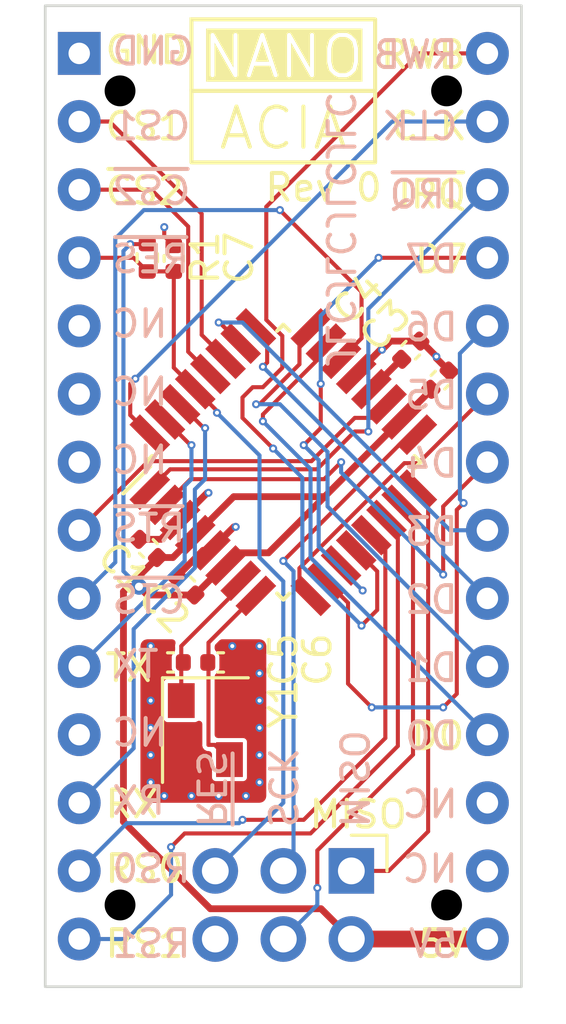
<source format=kicad_pcb>
(kicad_pcb (version 20221018) (generator pcbnew)
  (layers (0 "F.Cu" signal) (1 "In1.Cu" power) (2 "In2.Cu" power) (31 "B.Cu" signal) (34 "B.Paste" user) (35 "F.Paste" user) (36 "B.SilkS" user "B.Silkscreen") (37 "F.SilkS" user "F.Silkscreen") (38 "B.Mask" user) (39 "F.Mask" user) (44 "Edge.Cuts" user))
  (net 0 "")
  (net 1 "+5V")
  (net 2 "GND")
  (net 3 "/AREF")
  (net 4 "/XTAL1")
  (net 5 "/XTAL2")
  (net 6 "/~{RES}")
  (net 7 "/MISO")
  (net 8 "/SCK")
  (net 9 "/MOSI")
  (net 10 "/CS1")
  (net 11 "/~{CS2}")
  (net 15 "/~{RTS}")
  (net 16 "/~{CTS}")
  (net 17 "/TX")
  (net 19 "/RX")
  (net 20 "/RS0")
  (net 21 "/RS1")
  (net 24 "/D0")
  (net 25 "/D1")
  (net 26 "/D2")
  (net 27 "/D3")
  (net 28 "/D4")
  (net 29 "/D5")
  (net 30 "/D6")
  (net 31 "/D7")
  (net 32 "/~{IRQ}")
  (net 33 "/CLK")
  (net 34 "/R{slash}~{W}")
  (footprint "Resistor_SMD:R_0402_1005Metric" (layer "F.Cu") (at 140.97 93.98 -90)
    (fp_text reference "R1" (at 0 -2.159 90) (layer "F.SilkS"))
    (fp_text value "1k")
    (fp_line (start -0.153641 -0.38) (end 0.153641 -0.38) (stroke (width 0.12)) (layer "F.SilkS"))
    (fp_line (start -0.153641 0.38) (end 0.153641 0.38) (stroke (width 0.12)) (layer "F.SilkS"))
    (pad "1" smd roundrect (at -0.51 0 270) (size 0.54 0.64) (layers "F.Cu" "F.Paste" "F.Mask") (net 1 "+5V"))
    (pad "2" smd roundrect (at 0.51 0 270) (size 0.54 0.64) (layers "F.Cu" "F.Paste" "F.Mask") (net 6 "/~{RES}"))
  )
  (footprint "Capacitor_SMD:C_0402_1005Metric" (layer "F.Cu") (at 150.809011 97.425189 45)
    (fp_text reference "C4" (at -0.030987 -2.747958 45) (layer "F.SilkS"))
    (fp_text value "100n")
    (fp_line (start -0.107836 -0.36) (end 0.107836 -0.36) (stroke (width 0.12)) (layer "F.SilkS"))
    (fp_line (start -0.107836 0.36) (end 0.107836 0.36) (stroke (width 0.12)) (layer "F.SilkS"))
    (pad "1" smd roundrect (at -0.48 0 45) (size 0.56 0.62) (layers "F.Cu" "F.Paste" "F.Mask") (net 3 "/AREF"))
    (pad "2" smd roundrect (at 0.48 0 45) (size 0.56 0.62) (layers "F.Cu" "F.Paste" "F.Mask") (net 2 "GND"))
  )
  (footprint "Package_DIP:DIP-28_W15.24mm" (layer "F.Cu") (at 138.43 86.36)
    (fp_text reference "U1" hide)
    (fp_text value "W65C51NxP")
    (pad "1" thru_hole rect (at 0 0) (size 1.6 1.6) (drill 0.8) (layers "*.Cu" "*.Mask") (net 2 "GND"))
    (pad "2" thru_hole oval (at 0 2.54) (size 1.6 1.6) (drill 0.8) (layers "*.Cu" "*.Mask") (net 10 "/CS1"))
    (pad "3" thru_hole oval (at 0 5.08) (size 1.6 1.6) (drill 0.8) (layers "*.Cu" "*.Mask") (net 11 "/~{CS2}"))
    (pad "4" thru_hole oval (at 0 7.62) (size 1.6 1.6) (drill 0.8) (layers "*.Cu" "*.Mask") (net 6 "/~{RES}"))
    (pad "5" thru_hole oval (at 0 10.16) (size 1.6 1.6) (drill 0.8) (layers "*.Cu" "*.Mask"))
    (pad "6" thru_hole oval (at 0 12.7) (size 1.6 1.6) (drill 0.8) (layers "*.Cu" "*.Mask"))
    (pad "7" thru_hole oval (at 0 15.24) (size 1.6 1.6) (drill 0.8) (layers "*.Cu" "*.Mask"))
    (pad "8" thru_hole oval (at 0 17.78) (size 1.6 1.6) (drill 0.8) (layers "*.Cu" "*.Mask") (net 15 "/~{RTS}"))
    (pad "9" thru_hole oval (at 0 20.32) (size 1.6 1.6) (drill 0.8) (layers "*.Cu" "*.Mask") (net 16 "/~{CTS}"))
    (pad "10" thru_hole oval (at 0 22.86) (size 1.6 1.6) (drill 0.8) (layers "*.Cu" "*.Mask") (net 17 "/TX"))
    (pad "11" thru_hole oval (at 0 25.4) (size 1.6 1.6) (drill 0.8) (layers "*.Cu" "*.Mask"))
    (pad "12" thru_hole oval (at 0 27.94) (size 1.6 1.6) (drill 0.8) (layers "*.Cu" "*.Mask") (net 19 "/RX"))
    (pad "13" thru_hole oval (at 0 30.48) (size 1.6 1.6) (drill 0.8) (layers "*.Cu" "*.Mask") (net 20 "/RS0"))
    (pad "14" thru_hole oval (at 0 33.02) (size 1.6 1.6) (drill 0.8) (layers "*.Cu" "*.Mask") (net 21 "/RS1"))
    (pad "15" thru_hole oval (at 15.24 33.02) (size 1.6 1.6) (drill 0.8) (layers "*.Cu" "*.Mask") (net 1 "+5V"))
    (pad "16" thru_hole oval (at 15.24 30.48) (size 1.6 1.6) (drill 0.8) (layers "*.Cu" "*.Mask"))
    (pad "17" thru_hole oval (at 15.24 27.94) (size 1.6 1.6) (drill 0.8) (layers "*.Cu" "*.Mask"))
    (pad "18" thru_hole oval (at 15.24 25.4) (size 1.6 1.6) (drill 0.8) (layers "*.Cu" "*.Mask") (net 24 "/D0"))
    (pad "19" thru_hole oval (at 15.24 22.86) (size 1.6 1.6) (drill 0.8) (layers "*.Cu" "*.Mask") (net 25 "/D1"))
    (pad "20" thru_hole oval (at 15.24 20.32) (size 1.6 1.6) (drill 0.8) (layers "*.Cu" "*.Mask") (net 26 "/D2"))
    (pad "21" thru_hole oval (at 15.24 17.78) (size 1.6 1.6) (drill 0.8) (layers "*.Cu" "*.Mask") (net 27 "/D3"))
    (pad "22" thru_hole oval (at 15.24 15.24) (size 1.6 1.6) (drill 0.8) (layers "*.Cu" "*.Mask") (net 28 "/D4"))
    (pad "23" thru_hole oval (at 15.24 12.7) (size 1.6 1.6) (drill 0.8) (layers "*.Cu" "*.Mask") (net 29 "/D5"))
    (pad "24" thru_hole oval (at 15.24 10.16) (size 1.6 1.6) (drill 0.8) (layers "*.Cu" "*.Mask") (net 30 "/D6"))
    (pad "25" thru_hole oval (at 15.24 7.62) (size 1.6 1.6) (drill 0.8) (layers "*.Cu" "*.Mask") (net 31 "/D7"))
    (pad "26" thru_hole oval (at 15.24 5.08) (size 1.6 1.6) (drill 0.8) (layers "*.Cu" "*.Mask") (net 32 "/~{IRQ}"))
    (pad "27" thru_hole oval (at 15.24 2.54) (size 1.6 1.6) (drill 0.8) (layers "*.Cu" "*.Mask") (net 33 "/CLK"))
    (pad "28" thru_hole oval (at 15.24 0) (size 1.6 1.6) (drill 0.8) (layers "*.Cu" "*.Mask") (net 34 "/R{slash}~{W}"))
  )
  (footprint "Capacitor_SMD:C_0402_1005Metric" (layer "F.Cu") (at 141.8362 109.0676 180)
    (fp_text reference "C5" (at -4.2138 0.1016 90) (layer "F.SilkS"))
    (fp_text value "18p")
    (fp_line (start -0.107836 -0.36) (end 0.107836 -0.36) (stroke (width 0.12)) (layer "F.SilkS"))
    (fp_line (start -0.107836 0.36) (end 0.107836 0.36) (stroke (width 0.12)) (layer "F.SilkS"))
    (pad "1" smd roundrect (at -0.48 0 180) (size 0.56 0.62) (layers "F.Cu" "F.Paste" "F.Mask") (net 4 "/XTAL1"))
    (pad "2" smd roundrect (at 0.48 0 180) (size 0.56 0.62) (layers "F.Cu" "F.Paste" "F.Mask") (net 2 "GND"))
  )
  (footprint "ClockEater-Library:ToolingHole_JLCPCB" (layer "F.Cu") (at 152.146 118.11)
    (fp_text reference "H3" hide)
    (fp_text value "ToolingHole")
    (pad "" np_thru_hole circle (at 0 0) (size 1.3 1.3) (drill 1.152) (layers "*.Mask"))
  )
  (footprint "Capacitor_SMD:C_0402_1005Metric" (layer "F.Cu") (at 143.7106 109.0676)
    (fp_text reference "C6" (at 3.6094 -0.1016 90) (layer "F.SilkS"))
    (fp_text value "18p")
    (fp_line (start -0.107836 -0.36) (end 0.107836 -0.36) (stroke (width 0.12)) (layer "F.SilkS"))
    (fp_line (start -0.107836 0.36) (end 0.107836 0.36) (stroke (width 0.12)) (layer "F.SilkS"))
    (pad "1" smd roundrect (at -0.48 0) (size 0.56 0.62) (layers "F.Cu" "F.Paste" "F.Mask") (net 5 "/XTAL2"))
    (pad "2" smd roundrect (at 0.48 0) (size 0.56 0.62) (layers "F.Cu" "F.Paste" "F.Mask") (net 2 "GND"))
  )
  (footprint "ClockEater-Library:ToolingHole_JLCPCB" (layer "F.Cu") (at 139.954 118.11)
    (fp_text reference "H4" hide)
    (fp_text value "ToolingHole")
    (pad "" np_thru_hole circle (at 0 0) (size 1.3 1.3) (drill 1.152) (layers "*.Mask"))
  )
  (footprint "ClockEater-Library:ToolingHole_JLCPCB" (layer "F.Cu") (at 139.954 87.757)
    (fp_text reference "H1" hide)
    (fp_text value "ToolingHole")
    (pad "" np_thru_hole circle (at 0 0) (size 1.3 1.3) (drill 1.152) (layers "*.Mask"))
  )
  (footprint "ClockEater-Library:ToolingHole_JLCPCB" (layer "F.Cu") (at 152.146 87.757)
    (fp_text reference "H2" hide)
    (fp_text value "ToolingHole")
    (pad "" np_thru_hole circle (at 0 0) (size 1.3 1.3) (drill 1.152) (layers "*.Mask"))
  )
  (footprint "Capacitor_SMD:C_0402_1005Metric" (layer "F.Cu") (at 141.9606 94.008 90)
    (fp_text reference "C7" (at 0.028 2.4384 90) (layer "F.SilkS"))
    (fp_text value "100n")
    (fp_line (start -0.107836 -0.36) (end 0.107836 -0.36) (stroke (width 0.12)) (layer "F.SilkS"))
    (fp_line (start -0.107836 0.36) (end 0.107836 0.36) (stroke (width 0.12)) (layer "F.SilkS"))
    (pad "1" smd roundrect (at -0.48 0 90) (size 0.56 0.62) (layers "F.Cu" "F.Paste" "F.Mask") (net 6 "/~{RES}"))
    (pad "2" smd roundrect (at 0.48 0 90) (size 0.56 0.62) (layers "F.Cu" "F.Paste" "F.Mask") (net 2 "GND"))
  )
  (footprint "Capacitor_SMD:C_0402_1005Metric" (layer "F.Cu") (at 141.011589 104.816589 135)
    (fp_text reference "C1" (at 0.148618 -1.167433 135) (layer "F.SilkS"))
    (fp_text value "100n")
    (fp_line (start -0.107836 -0.36) (end 0.107836 -0.36) (stroke (width 0.12)) (layer "F.SilkS"))
    (fp_line (start -0.107836 0.36) (end 0.107836 0.36) (stroke (width 0.12)) (layer "F.SilkS"))
    (pad "1" smd roundrect (at -0.48 0 135) (size 0.56 0.62) (layers "F.Cu" "F.Paste" "F.Mask") (net 1 "+5V"))
    (pad "2" smd roundrect (at 0.48 0 135) (size 0.56 0.62) (layers "F.Cu" "F.Paste" "F.Mask") (net 2 "GND"))
  )
  (footprint "Package_QFP:TQFP-32_7x7mm_P0.8mm" (layer "F.Cu") (at 146.05 101.6 45)
    (fp_text reference "U2" hide)
    (fp_text value "ATmega328P-A")
    (fp_line (start -3.625 -3.625) (end -3.625 -3.4) (stroke (width 0.15)) (layer "F.SilkS"))
    (fp_line (start -3.625 -3.625) (end -3.3 -3.625) (stroke (width 0.15)) (layer "F.SilkS"))
    (fp_line (start -3.625 -3.4) (end -5.05 -3.4) (stroke (width 0.15)) (layer "F.SilkS"))
    (fp_line (start -3.625 3.625) (end -3.625 3.3) (stroke (width 0.15)) (layer "F.SilkS"))
    (fp_line (start -3.625 3.625) (end -3.3 3.625) (stroke (width 0.15)) (layer "F.SilkS"))
    (fp_line (start 3.625 -3.625) (end 3.3 -3.625) (stroke (width 0.15)) (layer "F.SilkS"))
    (fp_line (start 3.625 -3.625) (end 3.625 -3.3) (stroke (width 0.15)) (layer "F.SilkS"))
    (fp_line (start 3.625 3.625) (end 3.3 3.625) (stroke (width 0.15)) (layer "F.SilkS"))
    (fp_line (start 3.625 3.625) (end 3.625 3.3) (stroke (width 0.15)) (layer "F.SilkS"))
    (pad "1" smd rect (at -4.25 -2.8 45) (size 1.6 0.55) (layers "F.Cu" "F.Paste" "F.Mask") (net 32 "/~{IRQ}"))
    (pad "2" smd rect (at -4.25 -2 45) (size 1.6 0.55) (layers "F.Cu" "F.Paste" "F.Mask") (net 28 "/D4"))
    (pad "3" smd rect (at -4.25 -1.2 45) (size 1.6 0.55) (layers "F.Cu" "F.Paste" "F.Mask") (net 2 "GND"))
    (pad "4" smd rect (at -4.25 -0.4 45) (size 1.6 0.55) (layers "F.Cu" "F.Paste" "F.Mask") (net 1 "+5V"))
    (pad "5" smd rect (at -4.25 0.4 45) (size 1.6 0.55) (layers "F.Cu" "F.Paste" "F.Mask") (net 2 "GND"))
    (pad "6" smd rect (at -4.25 1.2 45) (size 1.6 0.55) (layers "F.Cu" "F.Paste" "F.Mask") (net 1 "+5V"))
    (pad "7" smd rect (at -4.25 2 45) (size 1.6 0.55) (layers "F.Cu" "F.Paste" "F.Mask") (net 4 "/XTAL1"))
    (pad "8" smd rect (at -4.25 2.8 45) (size 1.6 0.55) (layers "F.Cu" "F.Paste" "F.Mask") (net 5 "/XTAL2"))
    (pad "9" smd rect (at -2.8 4.25 135) (size 1.6 0.55) (layers "F.Cu" "F.Paste" "F.Mask") (net 29 "/D5"))
    (pad "10" smd rect (at -2 4.25 135) (size 1.6 0.55) (layers "F.Cu" "F.Paste" "F.Mask") (net 30 "/D6"))
    (pad "11" smd rect (at -1.2 4.25 135) (size 1.6 0.55) (layers "F.Cu" "F.Paste" "F.Mask") (net 31 "/D7"))
    (pad "12" smd rect (at -0.4 4.25 135) (size 1.6 0.55) (layers "F.Cu" "F.Paste" "F.Mask") (net 34 "/R{slash}~{W}"))
    (pad "13" smd rect (at 0.4 4.25 135) (size 1.6 0.55) (layers "F.Cu" "F.Paste" "F.Mask") (net 20 "/RS0"))
    (pad "14" smd rect (at 1.2 4.25 135) (size 1.6 0.55) (layers "F.Cu" "F.Paste" "F.Mask") (net 21 "/RS1"))
    (pad "15" smd rect (at 2 4.25 135) (size 1.6 0.55) (layers "F.Cu" "F.Paste" "F.Mask") (net 9 "/MOSI"))
    (pad "16" smd rect (at 2.8 4.25 135) (size 1.6 0.55) (layers "F.Cu" "F.Paste" "F.Mask") (net 7 "/MISO"))
    (pad "17" smd rect (at 4.25 2.8 45) (size 1.6 0.55) (layers "F.Cu" "F.Paste" "F.Mask") (net 8 "/SCK"))
    (pad "18" smd rect (at 4.25 2 45) (size 1.6 0.55) (layers "F.Cu" "F.Paste" "F.Mask") (net 1 "+5V"))
    (pad "19" smd rect (at 4.25 1.2 45) (size 1.6 0.55) (layers "F.Cu" "F.Paste" "F.Mask") (net 15 "/~{RTS}"))
    (pad "20" smd rect (at 4.25 0.4 45) (size 1.6 0.55) (layers "F.Cu" "F.Paste" "F.Mask") (net 3 "/AREF"))
    (pad "21" smd rect (at 4.25 -0.4 45) (size 1.6 0.55) (layers "F.Cu" "F.Paste" "F.Mask") (net 2 "GND"))
    (pad "22" smd rect (at 4.25 -1.2 45) (size 1.6 0.55) (layers "F.Cu" "F.Paste" "F.Mask") (net 16 "/~{CTS}"))
    (pad "23" smd rect (at 4.25 -2 45) (size 1.6 0.55) (layers "F.Cu" "F.Paste" "F.Mask") (net 24 "/D0"))
    (pad "24" smd rect (at 4.25 -2.8 45) (size 1.6 0.55) (layers "F.Cu" "F.Paste" "F.Mask") (net 25 "/D1"))
    (pad "25" smd rect (at 2.8 -4.25 135) (size 1.6 0.55) (layers "F.Cu" "F.Paste" "F.Mask") (net 26 "/D2"))
    (pad "26" smd rect (at 2 -4.25 135) (size 1.6 0.55) (layers "F.Cu" "F.Paste" "F.Mask") (net 27 "/D3"))
    (pad "27" smd rect (at 1.2 -4.25 135) (size 1.6 0.55) (layers "F.Cu" "F.Paste" "F.Mask") (net 10 "/CS1"))
    (pad "28" smd rect (at 0.4 -4.25 135) (size 1.6 0.55) (layers "F.Cu" "F.Paste" "F.Mask") (net 11 "/~{CS2}"))
    (pad "29" smd rect (at -0.4 -4.25 135) (size 1.6 0.55) (layers "F.Cu" "F.Paste" "F.Mask") (net 6 "/~{RES}"))
    (pad "30" smd rect (at -1.2 -4.25 135) (size 1.6 0.55) (layers "F.Cu" "F.Paste" "F.Mask") (net 19 "/RX"))
    (pad "31" smd rect (at -2 -4.25 135) (size 1.6 0.55) (layers "F.Cu" "F.Paste" "F.Mask") (net 17 "/TX"))
    (pad "32" smd rect (at -2.8 -4.25 135) (size 1.6 0.55) (layers "F.Cu" "F.Paste" "F.Mask") (net 33 "/CLK"))
  )
  (footprint "Capacitor_SMD:C_0402_1005Metric" (layer "F.Cu") (at 151.901211 98.542789 45)
    (fp_text reference "C3" (at -0.013026 -2.873682 45) (layer "F.SilkS"))
    (fp_text value "100n")
    (fp_line (start -0.107836 -0.36) (end 0.107836 -0.36) (stroke (width 0.12)) (layer "F.SilkS"))
    (fp_line (start -0.107836 0.36) (end 0.107836 0.36) (stroke (width 0.12)) (layer "F.SilkS"))
    (pad "1" smd roundrect (at -0.48 0 45) (size 0.56 0.62) (layers "F.Cu" "F.Paste" "F.Mask") (net 1 "+5V"))
    (pad "2" smd roundrect (at 0.48 0 45) (size 0.56 0.62) (layers "F.Cu" "F.Paste" "F.Mask") (net 2 "GND"))
  )
  (footprint "Capacitor_SMD:C_0402_1005Metric" (layer "F.Cu") (at 142.408589 106.213589 135)
    (fp_text reference "C2" (at 0 -1.16 135) (layer "F.SilkS"))
    (fp_text value "100n")
    (fp_line (start -0.107836 -0.36) (end 0.107836 -0.36) (stroke (width 0.12)) (layer "F.SilkS"))
    (fp_line (start -0.107836 0.36) (end 0.107836 0.36) (stroke (width 0.12)) (layer "F.SilkS"))
    (pad "1" smd roundrect (at -0.48 0 135) (size 0.56 0.62) (layers "F.Cu" "F.Paste" "F.Mask") (net 1 "+5V"))
    (pad "2" smd roundrect (at 0.48 0 135) (size 0.56 0.62) (layers "F.Cu" "F.Paste" "F.Mask") (net 2 "GND"))
  )
  (footprint "Crystal:Crystal_SMD_EuroQuartz_MT-4Pin_3.2x2.5mm" (layer "F.Cu") (at 143.14 111.59 -90)
    (fp_text reference "Y1" (at -0.973 -2.91 90) (layer "F.SilkS"))
    (fp_text value "X322516MLB4SI")
    (fp_line (start -1.95 -1.6) (end -1.95 1.6) (stroke (width 0.12)) (layer "F.SilkS"))
    (fp_line (start -1.95 1.6) (end 1.95 1.6) (stroke (width 0.12)) (layer "F.SilkS"))
    (pad "1" smd rect (at -1.1 0.9 270) (size 1.3 1) (layers "F.Cu" "F.Paste" "F.Mask") (net 4 "/XTAL1"))
    (pad "2" smd rect (at 1.1 0.9 270) (size 1.3 1) (layers "F.Cu" "F.Paste" "F.Mask") (net 2 "GND"))
    (pad "3" smd rect (at 1.1 -0.9 270) (size 1.3 1) (layers "F.Cu" "F.Paste" "F.Mask") (net 5 "/XTAL2"))
    (pad "4" smd rect (at -1.1 -0.9 270) (size 1.3 1) (layers "F.Cu" "F.Paste" "F.Mask") (net 2 "GND"))
  )
  (footprint "Connector_PinHeader_2.54mm:PinHeader_2x03_P2.54mm_Vertical" (layer "F.Cu") (at 148.59 116.84 -90)
    (fp_text reference "J3" hide)
    (fp_text value "ISP")
    (fp_line (start -1.33 -1.33) (end 0 -1.33) (stroke (width 0.12)) (layer "F.SilkS"))
    (fp_line (start -1.33 0) (end -1.33 -1.33) (stroke (width 0.12)) (layer "F.SilkS"))
    (pad "1" thru_hole rect (at 0 0 270) (size 1.7 1.7) (drill 1) (layers "*.Cu" "*.Mask") (net 7 "/MISO"))
    (pad "2" thru_hole oval (at 2.54 0 270) (size 1.7 1.7) (drill 1) (layers "*.Cu" "*.Mask") (net 1 "+5V"))
    (pad "3" thru_hole oval (at 0 2.54 270) (size 1.7 1.7) (drill 1) (layers "*.Cu" "*.Mask") (net 8 "/SCK"))
    (pad "4" thru_hole oval (at 2.54 2.54 270) (size 1.7 1.7) (drill 1) (layers "*.Cu" "*.Mask") (net 9 "/MOSI"))
    (pad "5" thru_hole oval (at 0 5.08 270) (size 1.7 1.7) (drill 1) (layers "*.Cu" "*.Mask") (net 6 "/~{RES}"))
    (pad "6" thru_hole oval (at 2.54 5.08 270) (size 1.7 1.7) (drill 1) (layers "*.Cu" "*.Mask") (net 2 "GND"))
  )
  (gr_rect (start 142.621 87.757) (end 149.479 90.424) (stroke (width 0.15)) (fill none) (layer "F.SilkS"))
  (gr_rect (start 142.621 85.09) (end 149.479 87.757) (stroke (width 0.15)) (fill none) (layer "F.SilkS"))
  (gr_rect (start 137.16 84.582) (end 154.94 121.158) (stroke (width 0.1)) (fill none) (layer "Edge.Cuts"))
  (gr_text "RWB" (at 152.654 86.995) (layer "B.SilkS") (effects (font (size 1 1)) (justify left bottom mirror)))
  (gr_text "NC" (at 139.573 99.568) (layer "B.SilkS") (effects (font (size 1 1)) (justify right bottom mirror)))
  (gr_text "NC" (at 139.573 102.108) (layer "B.SilkS") (effects (font (size 1 1)) (justify right bottom mirror)))
  (gr_text "D4" (at 152.654 102.235) (layer "B.SilkS") (effects (font (size 1 1)) (justify left bottom mirror)))
  (gr_text "~{RES}" (at 142.748 115.316 -90) (layer "B.SilkS") (effects (font (size 1 1)) (justify left bottom mirror)))
  (gr_text "D5" (at 152.654 99.695) (layer "B.SilkS") (effects (font (size 1 1)) (justify left bottom mirror)))
  (gr_text "NC" (at 139.573 97.028) (layer "B.SilkS") (effects (font (size 1 1)) (justify right bottom mirror)))
  (gr_text "D2" (at 152.654 107.315) (layer "B.SilkS") (effects (font (size 1 1)) (justify left bottom mirror)))
  (gr_text "~{IRQ}" (at 152.654 92.202) (layer "B.SilkS") (effects (font (size 1 1)) (justify left bottom mirror)))
  (gr_text "D3" (at 152.654 104.775) (layer "B.SilkS") (effects (font (size 1 1)) (justify left bottom mirror)))
  (gr_text "D1" (at 152.654 109.855) (layer "B.SilkS") (effects (font (size 1 1)) (justify left bottom mirror)))
  (gr_text "D0" (at 152.654 112.395) (layer "B.SilkS") (effects (font (size 1 1)) (justify left bottom mirror)))
  (gr_text "~{CS2}" (at 139.573 92.075) (layer "B.SilkS") (effects (font (size 1 1)) (justify right bottom mirror)))
  (gr_text "NC" (at 152.654 117.348) (layer "B.SilkS") (effects (font (size 1 1)) (justify left bottom mirror)))
  (gr_text "RS0" (at 139.573 117.348) (layer "B.SilkS") (effects (font (size 1 1)) (justify right bottom mirror)))
  (gr_text "CLK" (at 152.654 89.662) (layer "B.SilkS") (effects (font (size 1 1)) (justify left bottom mirror)))
  (gr_text "~{RTS}" (at 139.573 104.648) (layer "B.SilkS") (effects (font (size 1 1)) (justify right bottom mirror)))
  (gr_text "JLCJLCJLCJLC" (at 147.574 98.171 -90) (layer "B.SilkS") (effects (font (size 1 1)) (justify left bottom mirror)))
  (gr_text "D7" (at 152.654 94.615) (layer "B.SilkS") (effects (font (size 1 1)) (justify left bottom mirror)))
  (gr_text "~{CTS}" (at 139.573 107.315) (layer "B.SilkS") (effects (font (size 1 1)) (justify right bottom mirror)))
  (gr_text "TX" (at 139.573 109.728) (layer "B.SilkS") (effects (font (size 1 1)) (justify right bottom mirror)))
  (gr_text "D6" (at 152.654 97.155) (layer "B.SilkS") (effects (font (size 1 1)) (justify left bottom mirror)))
  (gr_text "NC" (at 152.654 114.935) (layer "B.SilkS") (effects (font (size 1 1)) (justify left bottom mirror)))
  (gr_text "SCK" (at 145.415 115.316 -90) (layer "B.SilkS") (effects (font (size 1 1)) (justify left bottom mirror)))
  (gr_text "5V" (at 152.654 120.142) (layer "B.SilkS") (effects (font (size 1 1)) (justify left bottom mirror)))
  (gr_text "CS1" (at 139.573 89.662) (layer "B.SilkS") (effects (font (size 1 1)) (justify right bottom mirror)))
  (gr_text "MISO" (at 148.082 115.316 -90) (layer "B.SilkS") (effects (font (size 1 1)) (justify left bottom mirror)))
  (gr_text "RX" (at 139.573 114.808) (layer "B.SilkS") (effects (font (size 1 1)) (justify right bottom mirror)))
  (gr_text "~{RES}" (at 139.573 94.615) (layer "B.SilkS") (effects (font (size 1 1)) (justify right bottom mirror)))
  (gr_text "GND" (at 139.573 86.868) (layer "B.SilkS") (effects (font (size 1 1)) (justify right bottom mirror)))
  (gr_text "RS1" (at 139.573 120.142) (layer "B.SilkS") (effects (font (size 1 1)) (justify right bottom mirror)))
  (gr_text "NC" (at 139.573 112.268) (layer "B.SilkS") (effects (font (size 1 1)) (justify right bottom mirror)))
  (gr_text "RS0" (at 139.319 117.348) (layer "F.SilkS") (effects (font (size 1 1)) (justify left bottom)))
  (gr_text "CS1" (at 139.319 89.662) (layer "F.SilkS") (effects (font (size 1 1)) (justify left bottom)))
  (gr_text "RX" (at 139.319 114.935) (layer "F.SilkS") (effects (font (size 1 1)) (justify left bottom)))
  (gr_text "Rev 0" (at 145.288 91.948) (layer "F.SilkS") (effects (font (size 1 1)) (justify left bottom)))
  (gr_text "CLK" (at 149.987 89.662) (layer "F.SilkS") (effects (font (size 1 1)) (justify left bottom)))
  (gr_text "D0" (at 150.749 112.395) (layer "F.SilkS") (effects (font (size 1 1)) (justify left bottom)))
  (gr_text "~{IRQ}" (at 150.241 92.202) (layer "F.SilkS") (effects (font (size 1 1)) (justify left bottom)))
  (gr_text "D7" (at 150.876 94.615) (layer "F.SilkS") (effects (font (size 1 1)) (justify left bottom)))
  (gr_text "TX" (at 139.319 109.855) (layer "F.SilkS") (effects (font (size 1 1)) (justify left bottom)))
  (gr_text "RS1" (at 139.319 120.142) (layer "F.SilkS") (effects (font (size 1 1)) (justify left bottom)))
  (gr_text "5V" (at 151.003 120.142) (layer "F.SilkS") (effects (font (size 1 1)) (justify left bottom)))
  (gr_text "ACIA" (at 146.05 89.154) (layer "F.SilkS") (effects (font (size 1.5 1.5))))
  (gr_text "GND" (at 139.319 86.233) (layer "F.SilkS") (effects (font (size 1 1)) (justify left)))
  (gr_text "NANO" (at 146.05 86.487) (layer "F.SilkS" knockout) (effects (font (size 1.5 1.5))))
  (gr_text "MISO" (at 146.939 115.316) (layer "F.SilkS") (effects (font (size 1 1)) (justify left bottom)))
  (gr_text "RWB" (at 149.606 86.995) (layer "F.SilkS") (effects (font (size 1 1)) (justify left bottom)))
  (gr_text "~{CS2}" (at 139.319 92.075) (layer "F.SilkS") (effects (font (size 1 1)) (justify left bottom)))
  (segment (start 140.081 106.426) (end 140.081 115.007648) (width 0.254) (layer "F.Cu") (net 1))
  (segment (start 141.928314 105.156) (end 141.351 105.156) (width 0.254) (layer "F.Cu") (net 1))
  (segment (start 140.660501 106.243501) (end 140.263499 106.243501) (width 0.254) (layer "F.Cu") (net 1))
  (segment (start 140.660501 106.243501) (end 140.97 106.553) (width 0.254) (layer "F.Cu") (net 1))
  (segment (start 140.263499 106.243501) (end 140.081 106.426) (width 0.254) (layer "F.Cu") (net 1))
  (segment (start 140.660501 106.243501) (end 140.660501 105.846499) (width 0.254) (layer "F.Cu") (net 1))
  (segment (start 144.366779 104.980277) (end 145.49815 104.980277) (width 0.254) (layer "F.Cu") (net 1))
  (segment (start 142.761953 104.322361) (end 141.928314 105.156) (width 0.254) (layer "F.Cu") (net 1))
  (segment (start 140.97 106.553) (end 142.748 106.553) (width 0.254) (layer "F.Cu") (net 1))
  (segment (start 142.761953 104.322361) (end 144.1971 102.887214) (width 0.254) (layer "F.Cu") (net 1))
  (segment (start 144.1971 102.887214) (end 147.591214 102.887214) (width 0.254) (layer "F.Cu") (net 1))
  (segment (start 147.461 118.251) (end 148.59 119.38) (width 0.254) (layer "F.Cu") (net 1))
  (segment (start 147.591214 102.887214) (end 150.469417 100.00901) (width 0.254) (layer "F.Cu") (net 1))
  (segment (start 151.5618 98.916627) (end 150.469417 100.00901) (width 0.254) (layer "F.Cu") (net 1))
  (segment (start 143.324352 118.251) (end 147.461 118.251) (width 0.254) (layer "F.Cu") (net 1))
  (segment (start 143.847268 105.453732) (end 142.748 106.553) (width 0.254) (layer "F.Cu") (net 1))
  (segment (start 153.67 119.38) (end 148.59 119.38) (width 0.625) (layer "F.Cu") (net 1))
  (segment (start 140.660501 105.846499) (end 141.351 105.156) (width 0.254) (layer "F.Cu") (net 1))
  (segment (start 140.335 93.472) (end 140.968 93.472) (width 0.152) (layer "F.Cu") (net 1))
  (segment (start 145.49815 104.980277) (end 147.591214 102.887214) (width 0.254) (layer "F.Cu") (net 1))
  (segment (start 140.081 115.007648) (end 143.324352 118.251) (width 0.254) (layer "F.Cu") (net 1))
  (via (at 140.335 93.472) (size 0.3) (drill 0.15) (layers "F.Cu" "B.Cu") (net 1))
  (via (at 140.660501 106.243501) (size 0.6) (drill 0.3) (layers "F.Cu" "B.Cu") (net 1))
  (segment (start 140.081 105.664) (end 140.081 93.726) (width 0.152) (layer "B.Cu") (net 1))
  (segment (start 140.660501 106.243501) (end 140.081 105.664) (width 0.152) (layer "B.Cu") (net 1))
  (segment (start 140.081 93.726) (end 140.335 93.472) (width 0.152) (layer "B.Cu") (net 1))
  (segment (start 143.209944 102.743) (end 142.196268 103.756676) (width 0.254) (layer "F.Cu") (net 2))
  (segment (start 149.733 97.409) (end 149.675314 97.409) (width 0.254) (layer "F.Cu") (net 2))
  (segment (start 141.475766 104.477178) (end 140.672178 104.477178) (width 0.254) (layer "F.Cu") (net 2))
  (segment (start 142.196268 103.756676) (end 141.475766 104.477178) (width 0.254) (layer "F.Cu") (net 2))
  (segment (start 143.055309 104.888047) (end 142.069178 105.874178) (width 0.254) (layer "F.Cu") (net 2))
  (segment (start 150.056222 97.085778) (end 149.733 97.409) (width 0.254) (layer "F.Cu") (net 2))
  (segment (start 151.148422 97.085778) (end 150.056222 97.085778) (width 0.254) (layer "F.Cu") (net 2))
  (segment (start 151.765 97.727756) (end 152.240622 98.203378) (width 0.254) (layer "F.Cu") (net 2))
  (segment (start 141.605 92.837) (end 141.605 93.1724) (width 0.152) (layer "F.Cu") (net 2))
  (segment (start 151.187778 97.085778) (end 151.765 97.663) (width 0.254) (layer "F.Cu") (net 2))
  (segment (start 143.327639 104.888047) (end 143.055309 104.888047) (width 0.254) (layer "F.Cu") (net 2))
  (segment (start 151.765 97.663) (end 151.765 97.727756) (width 0.254) (layer "F.Cu") (net 2))
  (segment (start 143.256 102.743) (end 143.209944 102.743) (width 0.254) (layer "F.Cu") (net 2))
  (segment (start 144.202686 104.013) (end 143.327639 104.888047) (width 0.254) (layer "F.Cu") (net 2))
  (segment (start 141.605 93.1724) (end 141.9606 93.528) (width 0.152) (layer "F.Cu") (net 2))
  (segment (start 149.675314 97.409) (end 148.772361 98.311953) (width 0.254) (layer "F.Cu") (net 2))
  (segment (start 144.272 104.013) (end 144.202686 104.013) (width 0.254) (layer "F.Cu") (net 2))
  (via (at 143.256 102.743) (size 0.3) (drill 0.15) (layers "F.Cu" "B.Cu") (net 2))
  (via (at 141.605 114.046) (size 0.3) (drill 0.15) (layers "F.Cu" "B.Cu") (net 2))
  (via (at 145.161 112.522) (size 0.3) (drill 0.15) (layers "F.Cu" "B.Cu") (net 2))
  (via (at 141.097 112.522) (size 0.3) (drill 0.15) (layers "F.Cu" "B.Cu") (net 2))
  (via (at 144.272 104.013) (size 0.3) (drill 0.15) (layers "F.Cu" "B.Cu") (net 2))
  (via (at 145.161 109.474) (size 0.3) (drill 0.15) (layers "F.Cu" "B.Cu") (net 2))
  (via (at 141.097 110.49) (size 0.3) (drill 0.15) (layers "F.Cu" "B.Cu") (net 2))
  (via (at 145.161 113.538) (size 0.3) (drill 0.15) (layers "F.Cu" "B.Cu") (net 2))
  (via (at 151.765 97.663) (size 0.3) (drill 0.15) (layers "F.Cu" "B.Cu") (net 2))
  (via (at 149.733 97.409) (size 0.3) (drill 0.15) (layers "F.Cu" "B.Cu") (net 2))
  (via (at 142.621 114.046) (size 0.3) (drill 0.15) (layers "F.Cu" "B.Cu") (net 2))
  (via (at 141.097 111.506) (size 0.3) (drill 0.15) (layers "F.Cu" "B.Cu") (net 2))
  (via (at 145.161 108.458) (size 0.3) (drill 0.15) (layers "F.Cu" "B.Cu") (net 2))
  (via (at 144.653 114.046) (size 0.3) (drill 0.15) (layers "F.Cu" "B.Cu") (net 2))
  (via (at 141.097 113.538) (size 0.3) (drill 0.15) (layers "F.Cu" "B.Cu") (net 2))
  (via (at 141.097 108.458) (size 0.3) (drill 0.15) (layers "F.Cu" "B.Cu") (net 2))
  (via (at 145.161 111.506) (size 0.3) (drill 0.15) (layers "F.Cu" "B.Cu") (net 2))
  (via (at 143.637 114.046) (size 0.3) (drill 0.15) (layers "F.Cu" "B.Cu") (net 2))
  (via (at 145.161 110.49) (size 0.3) (drill 0.15) (layers "F.Cu" "B.Cu") (net 2))
  (via (at 144.145 108.458) (size 0.3) (drill 0.15) (layers "F.Cu" "B.Cu") (net 2))
  (via (at 141.605 92.837) (size 0.3) (drill 0.15) (layers "F.Cu" "B.Cu") (net 2))
  (segment (start 150.451086 97.7646) (end 149.338047 98.877639) (width 0.254) (layer "F.Cu") (net 3))
  (segment (start 144.45901 106.23899) (end 142.24 108.458) (width 0.152) (layer "F.Cu") (net 4))
  (segment (start 142.24 108.458) (end 142.24 110.49) (width 0.152) (layer "F.Cu") (net 4))
  (segment (start 143.491 112.141) (end 144.04 112.69) (width 0.152) (layer "F.Cu") (net 5))
  (segment (start 143.256 108.331) (end 143.256 112.141) (width 0.152) (layer "F.Cu") (net 5))
  (segment (start 143.256 112.141) (end 143.491 112.141) (width 0.152) (layer "F.Cu") (net 5))
  (segment (start 145.001897 106.585103) (end 143.256 108.331) (width 0.152) (layer "F.Cu") (net 5))
  (segment (start 141.9606 94.488) (end 140.972 94.488) (width 0.152) (layer "F.Cu") (net 6))
  (segment (start 143.5735 99.689186) (end 142.761953 98.877639) (width 0.152) (layer "F.Cu") (net 6))
  (segment (start 140.97 94.49) (end 140.46 93.98) (width 0.152) (layer "F.Cu") (net 6))
  (segment (start 143.5735 99.7585) (end 143.5735 99.689186) (width 0.152) (layer "F.Cu") (net 6))
  (segment (start 141.9606 98.076286) (end 141.9606 94.488) (width 0.152) (layer "F.Cu") (net 6))
  (segment (start 142.761953 98.877639) (end 141.9606 98.076286) (width 0.152) (layer "F.Cu") (net 6))
  (segment (start 140.46 93.98) (end 138.43 93.98) (width 0.152) (layer "F.Cu") (net 6))
  (via (at 143.5735 99.7585) (size 0.3) (drill 0.15) (layers "F.Cu" "B.Cu") (net 6))
  (segment (start 146.05 106.045) (end 146.05 114.3) (width 0.152) (layer "B.Cu") (net 6))
  (segment (start 146.05 114.3) (end 143.51 116.84) (width 0.152) (layer "B.Cu") (net 6))
  (segment (start 145.161 105.156) (end 146.05 106.045) (width 0.152) (layer "B.Cu") (net 6))
  (segment (start 143.5735 99.7585) (end 145.161 101.346) (width 0.152) (layer "B.Cu") (net 6))
  (segment (start 145.161 101.346) (end 145.161 105.156) (width 0.152) (layer "B.Cu") (net 6))
  (segment (start 151.457557 115.369443) (end 149.987 116.84) (width 0.152) (layer "F.Cu") (net 7))
  (segment (start 149.987 116.84) (end 148.59 116.84) (width 0.152) (layer "F.Cu") (net 7))
  (segment (start 151.457557 103.047759) (end 151.457557 115.369443) (width 0.152) (layer "F.Cu") (net 7))
  (segment (start 146.05 105.283) (end 150.758305 100.574695) (width 0.152) (layer "F.Cu") (net 8))
  (via (at 146.05 105.283) (size 0.3) (drill 0.15) (layers "F.Cu" "B.Cu") (net 8))
  (segment (start 146.431 105.664) (end 146.431 116.459) (width 0.152) (layer "B.Cu") (net 8))
  (segment (start 146.05 105.283) (end 146.431 105.664) (width 0.152) (layer "B.Cu") (net 8))
  (segment (start 150.891872 103.613445) (end 150.891872 112.506128) (width 0.152) (layer "F.Cu") (net 9))
  (segment (start 147.32 116.078) (end 147.32 117.475) (width 0.152) (layer "F.Cu") (net 9))
  (segment (start 150.891872 112.506128) (end 147.32 116.078) (width 0.152) (layer "F.Cu") (net 9))
  (via (at 147.32 117.475) (size 0.3) (drill 0.15) (layers "F.Cu" "B.Cu") (net 9))
  (segment (start 147.32 117.475) (end 147.32 118.11) (width 0.152) (layer "B.Cu") (net 9))
  (segment (start 147.32 118.11) (end 146.05 119.38) (width 0.152) (layer "B.Cu") (net 9))
  (segment (start 143.893324 97.746268) (end 143.002 96.854944) (width 0.152) (layer "F.Cu") (net 10))
  (segment (start 143.002 96.854944) (end 143.002 92.34063) (width 0.152) (layer "F.Cu") (net 10))
  (segment (start 139.56137 88.9) (end 138.43 88.9) (width 0.152) (layer "F.Cu") (net 10))
  (segment (start 143.002 92.34063) (end 139.56137 88.9) (width 0.152) (layer "F.Cu") (net 10))
  (segment (start 142.4986 92.815027) (end 141.123573 91.44) (width 0.152) (layer "F.Cu") (net 11))
  (segment (start 143.327639 98.311953) (end 142.4986 97.482914) (width 0.152) (layer "F.Cu") (net 11))
  (segment (start 141.123573 91.44) (end 138.43 91.44) (width 0.152) (layer "F.Cu") (net 11))
  (segment (start 142.4986 97.482914) (end 142.4986 92.815027) (width 0.152) (layer "F.Cu") (net 11))
  (segment (start 148.717 99.949) (end 149.398056 99.949) (width 0.152) (layer "F.Cu") (net 15))
  (segment (start 138.43 104.14) (end 141.007165 101.562835) (width 0.152) (layer "F.Cu") (net 15))
  (segment (start 141.007165 101.562835) (end 147.103165 101.562835) (width 0.152) (layer "F.Cu") (net 15))
  (segment (start 147.103165 101.562835) (end 148.717 99.949) (width 0.152) (layer "F.Cu") (net 15))
  (segment (start 148.971 95.25) (end 148.971 96.981944) (width 0.152) (layer "F.Cu") (net 16))
  (segment (start 148.971 96.981944) (end 148.206676 97.746268) (width 0.152) (layer "F.Cu") (net 16))
  (segment (start 145.923 92.202) (end 148.971 95.25) (width 0.152) (layer "F.Cu") (net 16))
  (via (at 145.923 92.202) (size 0.3) (drill 0.15) (layers "F.Cu" "B.Cu") (net 16))
  (segment (start 139.777 93.268) (end 140.843 92.202) (width 0.152) (layer "B.Cu") (net 16))
  (segment (start 140.843 92.202) (end 145.923 92.202) (width 0.152) (layer "B.Cu") (net 16))
  (segment (start 138.43 106.68) (end 139.777 105.333) (width 0.152) (layer "B.Cu") (net 16))
  (segment (start 139.777 105.333) (end 139.777 93.268) (width 0.152) (layer "B.Cu") (net 16))
  (segment (start 142.586573 100.965) (end 141.630583 100.00901) (width 0.152) (layer "F.Cu") (net 17))
  (segment (start 142.621 100.965) (end 142.586573 100.965) (width 0.152) (layer "F.Cu") (net 17))
  (via (at 142.621 100.965) (size 0.3) (drill 0.15) (layers "F.Cu" "B.Cu") (net 17))
  (segment (start 142.367 105.283) (end 138.43 109.22) (width 0.152) (layer "B.Cu") (net 17))
  (segment (start 142.621 100.965) (end 142.621 102.235) (width 0.152) (layer "B.Cu") (net 17))
  (segment (start 142.367 102.489) (end 142.367 105.283) (width 0.152) (layer "B.Cu") (net 17))
  (segment (start 142.621 102.235) (end 142.367 102.489) (width 0.152) (layer "B.Cu") (net 17))
  (segment (start 143.129 100.33) (end 143.082944 100.33) (width 0.152) (layer "F.Cu") (net 19))
  (segment (start 143.082944 100.33) (end 142.196268 99.443324) (width 0.152) (layer "F.Cu") (net 19))
  (via (at 143.129 100.33) (size 0.3) (drill 0.15) (layers "F.Cu" "B.Cu") (net 19))
  (segment (start 142.748 105.537) (end 140.462 107.823) (width 0.152) (layer "B.Cu") (net 19))
  (segment (start 143.129 102.235) (end 142.748 102.616) (width 0.152) (layer "B.Cu") (net 19))
  (segment (start 142.748 102.616) (end 142.748 105.537) (width 0.152) (layer "B.Cu") (net 19))
  (segment (start 140.462 107.823) (end 140.462 112.268) (width 0.152) (layer "B.Cu") (net 19))
  (segment (start 140.462 112.268) (end 138.43 114.3) (width 0.152) (layer "B.Cu") (net 19))
  (segment (start 143.129 100.33) (end 143.129 102.235) (width 0.152) (layer "B.Cu") (net 19))
  (segment (start 149.86 111.887) (end 149.86 104.844314) (width 0.152) (layer "F.Cu") (net 20))
  (segment (start 149.86 104.844314) (end 149.338047 104.322361) (width 0.152) (layer "F.Cu") (net 20))
  (segment (start 146.812 114.935) (end 149.86 111.887) (width 0.152) (layer "F.Cu") (net 20))
  (segment (start 144.526 114.935) (end 146.812 114.935) (width 0.152) (layer "F.Cu") (net 20))
  (via (at 144.526 114.935) (size 0.3) (drill 0.15) (layers "F.Cu" "B.Cu") (net 20))
  (segment (start 140.208 115.062) (end 138.43 116.84) (width 0.152) (layer "B.Cu") (net 20))
  (segment (start 144.526 114.935) (end 144.399 115.062) (width 0.152) (layer "B.Cu") (net 20))
  (segment (start 144.399 115.062) (end 140.208 115.062) (width 0.152) (layer "B.Cu") (net 20))
  (segment (start 150.326187 112.182813) (end 147.066 115.443) (width 0.152) (layer "F.Cu") (net 21))
  (segment (start 147.066 115.443) (end 142.367 115.443) (width 0.152) (layer "F.Cu") (net 21))
  (segment (start 150.326187 104.179131) (end 150.326187 112.182813) (width 0.152) (layer "F.Cu") (net 21))
  (segment (start 142.367 115.443) (end 141.859 115.951) (width 0.152) (layer "F.Cu") (net 21))
  (via (at 141.859 115.951) (size 0.3) (drill 0.15) (layers "F.Cu" "B.Cu") (net 21))
  (segment (start 141.859 117.729) (end 140.208 119.38) (width 0.152) (layer "B.Cu") (net 21))
  (segment (start 140.208 119.38) (end 138.43 119.38) (width 0.152) (layer "B.Cu") (net 21))
  (segment (start 141.859 115.951) (end 141.859 117.729) (width 0.152) (layer "B.Cu") (net 21))
  (segment (start 145.288 99.822) (end 147.64099 97.46901) (width 0.152) (layer "F.Cu") (net 24))
  (segment (start 147.64099 97.46901) (end 147.64099 97.180583) (width 0.152) (layer "F.Cu") (net 24))
  (segment (start 145.288 100.076) (end 145.288 99.822) (width 0.152) (layer "F.Cu") (net 24))
  (via (at 145.288 100.076) (size 0.3) (drill 0.15) (layers "F.Cu" "B.Cu") (net 24))
  (segment (start 145.288 100.076) (end 147.066 101.854) (width 0.152) (layer "B.Cu") (net 24))
  (segment (start 147.066 105.156) (end 153.67 111.76) (width 0.152) (layer "B.Cu") (net 24))
  (segment (start 147.066 101.854) (end 147.066 105.156) (width 0.152) (layer "B.Cu") (net 24))
  (segment (start 145.034 99.441) (end 145.161 99.441) (width 0.152) (layer "F.Cu") (net 25))
  (segment (start 145.161 99.441) (end 146.65285 97.94915) (width 0.152) (layer "F.Cu") (net 25))
  (segment (start 146.65285 97.94915) (end 146.65285 97.037352) (width 0.152) (layer "F.Cu") (net 25))
  (via (at 145.034 99.441) (size 0.3) (drill 0.15) (layers "F.Cu" "B.Cu") (net 25))
  (segment (start 147.701 103.251) (end 153.67 109.22) (width 0.152) (layer "B.Cu") (net 25))
  (segment (start 145.034 99.441) (end 145.923 99.441) (width 0.152) (layer "B.Cu") (net 25))
  (segment (start 147.701 101.219) (end 147.701 103.251) (width 0.152) (layer "B.Cu") (net 25))
  (segment (start 145.923 99.441) (end 147.701 101.219) (width 0.152) (layer "B.Cu") (net 25))
  (segment (start 145.44715 97.88485) (end 145.44715 97.037352) (width 0.152) (layer "F.Cu") (net 26))
  (segment (start 145.288 98.044) (end 145.44715 97.88485) (width 0.152) (layer "F.Cu") (net 26))
  (via (at 145.288 98.044) (size 0.3) (drill 0.15) (layers "F.Cu" "B.Cu") (net 26))
  (segment (start 152.019 104.775) (end 152.019 105.029) (width 0.152) (layer "B.Cu") (net 26))
  (segment (start 152.019 105.029) (end 153.67 106.68) (width 0.152) (layer "B.Cu") (net 26))
  (segment (start 145.288 98.044) (end 152.019 104.775) (width 0.152) (layer "B.Cu") (net 26))
  (segment (start 143.637 96.393) (end 143.671427 96.393) (width 0.152) (layer "F.Cu") (net 27))
  (segment (start 143.671427 96.393) (end 144.45901 97.180583) (width 0.152) (layer "F.Cu") (net 27))
  (via (at 143.637 96.393) (size 0.3) (drill 0.15) (layers "F.Cu" "B.Cu") (net 27))
  (segment (start 143.637 96.393) (end 144.526 96.393) (width 0.152) (layer "B.Cu") (net 27))
  (segment (start 144.526 96.393) (end 152.273 104.14) (width 0.152) (layer "B.Cu") (net 27))
  (segment (start 152.273 104.14) (end 153.67 104.14) (width 0.152) (layer "B.Cu") (net 27))
  (segment (start 147.574 102.235) (end 148.209 101.6) (width 0.152) (layer "F.Cu") (net 28))
  (segment (start 152.019 105.791) (end 152.019 103.251) (width 0.152) (layer "F.Cu") (net 28))
  (segment (start 141.630583 103.19099) (end 142.586573 102.235) (width 0.152) (layer "F.Cu") (net 28))
  (segment (start 142.586573 102.235) (end 147.574 102.235) (width 0.152) (layer "F.Cu") (net 28))
  (segment (start 152.019 103.251) (end 153.67 101.6) (width 0.152) (layer "F.Cu") (net 28))
  (via (at 148.209 101.6) (size 0.3) (drill 0.15) (layers "F.Cu" "B.Cu") (net 28))
  (via (at 152.019 105.791) (size 0.3) (drill 0.15) (layers "F.Cu" "B.Cu") (net 28))
  (segment (start 148.209 101.6) (end 148.209 101.981) (width 0.152) (layer "B.Cu") (net 28))
  (segment (start 148.209 101.981) (end 152.019 105.791) (width 0.152) (layer "B.Cu") (net 28))
  (segment (start 151.092835 101.637165) (end 150.56943 101.637165) (width 0.152) (layer "F.Cu") (net 29))
  (segment (start 146.65285 105.553745) (end 146.65285 106.162648) (width 0.152) (layer "F.Cu") (net 29))
  (segment (start 153.67 99.06) (end 151.092835 101.637165) (width 0.152) (layer "F.Cu") (net 29))
  (segment (start 150.56943 101.637165) (end 146.65285 105.553745) (width 0.152) (layer "F.Cu") (net 29))
  (segment (start 148.466 106.844427) (end 148.466 109.858) (width 0.152) (layer "F.Cu") (net 30))
  (segment (start 152.527 110.236) (end 152.527 103.378) (width 0.152) (layer "F.Cu") (net 30))
  (segment (start 152.527 103.378) (end 152.781 103.124) (width 0.152) (layer "F.Cu") (net 30))
  (segment (start 148.466 109.858) (end 149.352 110.744) (width 0.152) (layer "F.Cu") (net 30))
  (segment (start 147.64099 106.019417) (end 148.466 106.844427) (width 0.152) (layer "F.Cu") (net 30))
  (segment (start 152.019 110.744) (end 152.527 110.236) (width 0.152) (layer "F.Cu") (net 30))
  (via (at 149.352 110.744) (size 0.3) (drill 0.15) (layers "F.Cu" "B.Cu") (net 30))
  (via (at 152.019 110.744) (size 0.3) (drill 0.15) (layers "F.Cu" "B.Cu") (net 30))
  (via (at 152.781 103.124) (size 0.3) (drill 0.15) (layers "F.Cu" "B.Cu") (net 30))
  (segment (start 152.642 97.548) (end 153.67 96.52) (width 0.152) (layer "B.Cu") (net 30))
  (segment (start 152.781 103.124) (end 152.642 102.985) (width 0.152) (layer "B.Cu") (net 30))
  (segment (start 149.352 110.744) (end 152.019 110.744) (width 0.152) (layer "B.Cu") (net 30))
  (segment (start 152.642 102.985) (end 152.642 97.548) (width 0.152) (layer "B.Cu") (net 30))
  (segment (start 149.606 93.98) (end 153.67 93.98) (width 0.152) (layer "F.Cu") (net 31))
  (segment (start 149.01125 106.38575) (end 148.206676 105.581176) (width 0.152) (layer "F.Cu") (net 31))
  (segment (start 147.447 100.33) (end 147.447 98.679) (width 0.152) (layer "F.Cu") (net 31))
  (segment (start 146.812 100.965) (end 147.447 100.33) (width 0.152) (layer "F.Cu") (net 31))
  (via (at 149.01125 106.38575) (size 0.3) (drill 0.15) (layers "F.Cu" "B.Cu") (net 31))
  (via (at 147.447 98.679) (size 0.3) (drill 0.15) (layers "F.Cu" "B.Cu") (net 31))
  (via (at 146.812 100.965) (size 0.3) (drill 0.15) (layers "F.Cu" "B.Cu") (net 31))
  (via (at 149.606 93.98) (size 0.3) (drill 0.15) (layers "F.Cu" "B.Cu") (net 31))
  (segment (start 147.37 104.7445) (end 147.37 101.523) (width 0.152) (layer "B.Cu") (net 31))
  (segment (start 147.447 96.139) (end 147.447 98.679) (width 0.152) (layer "B.Cu") (net 31))
  (segment (start 149.01125 106.38575) (end 147.37 104.7445) (width 0.152) (layer "B.Cu") (net 31))
  (segment (start 147.37 101.523) (end 146.812 100.965) (width 0.152) (layer "B.Cu") (net 31))
  (segment (start 149.606 93.98) (end 147.447 96.139) (width 0.152) (layer "B.Cu") (net 31))
  (segment (start 147.307165 101.866835) (end 141.823367 101.866835) (width 0.152) (layer "F.Cu") (net 32))
  (segment (start 148.717 100.457) (end 147.307165 101.866835) (width 0.152) (layer "F.Cu") (net 32))
  (segment (start 141.823367 101.866835) (end 141.064897 102.625305) (width 0.152) (layer "F.Cu") (net 32))
  (segment (start 149.225 100.457) (end 148.717 100.457) (width 0.152) (layer "F.Cu") (net 32))
  (via (at 149.225 100.457) (size 0.3) (drill 0.15) (layers "F.Cu" "B.Cu") (net 32))
  (segment (start 149.225 100.457) (end 149.225 95.885) (width 0.152) (layer "B.Cu") (net 32))
  (segment (start 149.225 95.885) (end 153.67 91.44) (width 0.152) (layer "B.Cu") (net 32))
  (segment (start 140.5255 98.4885) (end 140.335 98.679) (width 0.152) (layer "F.Cu") (net 33))
  (segment (start 140.335 99.844798) (end 141.064897 100.574695) (width 0.152) (layer "F.Cu") (net 33))
  (segment (start 140.335 98.679) (end 140.335 99.844798) (width 0.152) (layer "F.Cu") (net 33))
  (via (at 140.5255 98.4885) (size 0.3) (drill 0.15) (layers "F.Cu" "B.Cu") (net 33))
  (segment (start 140.5255 98.4885) (end 150.114 88.9) (width 0.152) (layer "B.Cu") (net 33))
  (segment (start 150.114 88.9) (end 153.67 88.9) (width 0.152) (layer "B.Cu") (net 33))
  (segment (start 145.415 96.293852) (end 146.012835 96.891687) (width 0.152) (layer "F.Cu") (net 34))
  (segment (start 149.556 107.111) (end 149.556 105.671686) (width 0.152) (layer "F.Cu") (net 34))
  (segment (start 144.526 99.187) (end 144.526 99.949) (width 0.152) (layer "F.Cu") (net 34))
  (segment (start 148.971 107.696) (end 149.556 107.111) (width 0.152) (layer "F.Cu") (net 34))
  (segment (start 149.556 105.671686) (end 148.772361 104.888047) (width 0.152) (layer "F.Cu") (net 34))
  (segment (start 145.415 92.075) (end 145.415 96.293852) (width 0.152) (layer "F.Cu") (net 34))
  (segment (start 151.13 86.36) (end 145.415 92.075) (width 0.152) (layer "F.Cu") (net 34))
  (segment (start 146.012835 96.891687) (end 146.012835 98.081165) (width 0.152) (layer "F.Cu") (net 34))
  (segment (start 144.907 98.806) (end 144.526 99.187) (width 0.152) (layer "F.Cu") (net 34))
  (segment (start 145.288 98.806) (end 144.907 98.806) (width 0.152) (layer "F.Cu") (net 34))
  (segment (start 146.012835 98.081165) (end 145.288 98.806) (width 0.152) (layer "F.Cu") (net 34))
  (segment (start 153.67 86.36) (end 151.13 86.36) (width 0.152) (layer "F.Cu") (net 34))
  (segment (start 144.526 99.949) (end 145.669 101.092) (width 0.152) (layer "F.Cu") (net 34))
  (via (at 148.971 107.696) (size 0.3) (drill 0.15) (layers "F.Cu" "B.Cu") (net 34))
  (via (at 145.669 101.092) (size 0.3) (drill 0.15) (layers "F.Cu" "B.Cu") (net 34))
  (segment (start 146.762 102.185) (end 145.669 101.092) (width 0.152) (layer "B.Cu") (net 34))
  (segment (start 148.971 107.696) (end 146.762 105.487) (width 0.152) (layer "B.Cu") (net 34))
  (segment (start 146.762 105.487) (end 146.762 102.185) (width 0.152) (layer "B.Cu") (net 34))
  (zone (net 2) (net_name "GND") (layer "F.Cu") (name "OSC_GND") (priority 1) (connect_pads yes (clearance 0)) (min_thickness 0.25) (fill yes (thermal_gap 0.5) (thermal_bridge_width 0.5) (smoothing fillet) (radius 0.25))
    (polygon (pts (xy 145.415 114.3) (xy 145.415 108.204) (xy 140.716 108.204) (xy 140.716 114.3)))
  )
)
</source>
